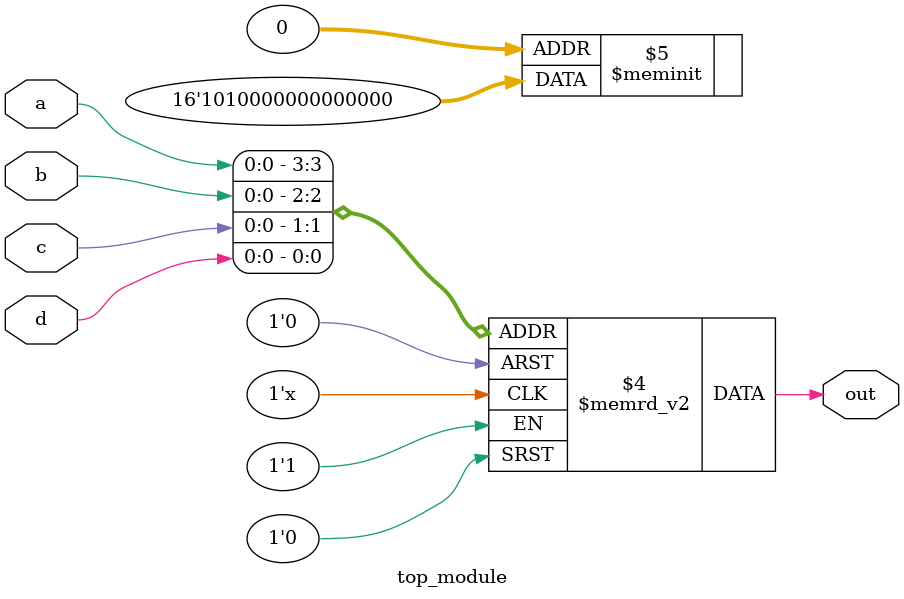
<source format=sv>
module top_module (
    input a, 
    input b,
    input c,
    input d,
    output reg out
);

always @(*) begin
    case ({a, b, c, d})
        4'b0000: out = 0;
        4'b0001: out = 0;
        4'b0010: out = 0;
        4'b0011: out = 0;
        4'b0100: out = 0;
        4'b0101: out = 0;
        4'b0110: out = 0;
        4'b0111: out = 0;
        4'b1000: out = 0;
        4'b1001: out = 0;
        4'b1010: out = 0;
        4'b1011: out = 0;
        4'b1100: out = 0;
        4'b1101: out = 1;
        4'b1110: out = 0;
        4'b1111: out = 1;
    endcase
end

endmodule

</source>
